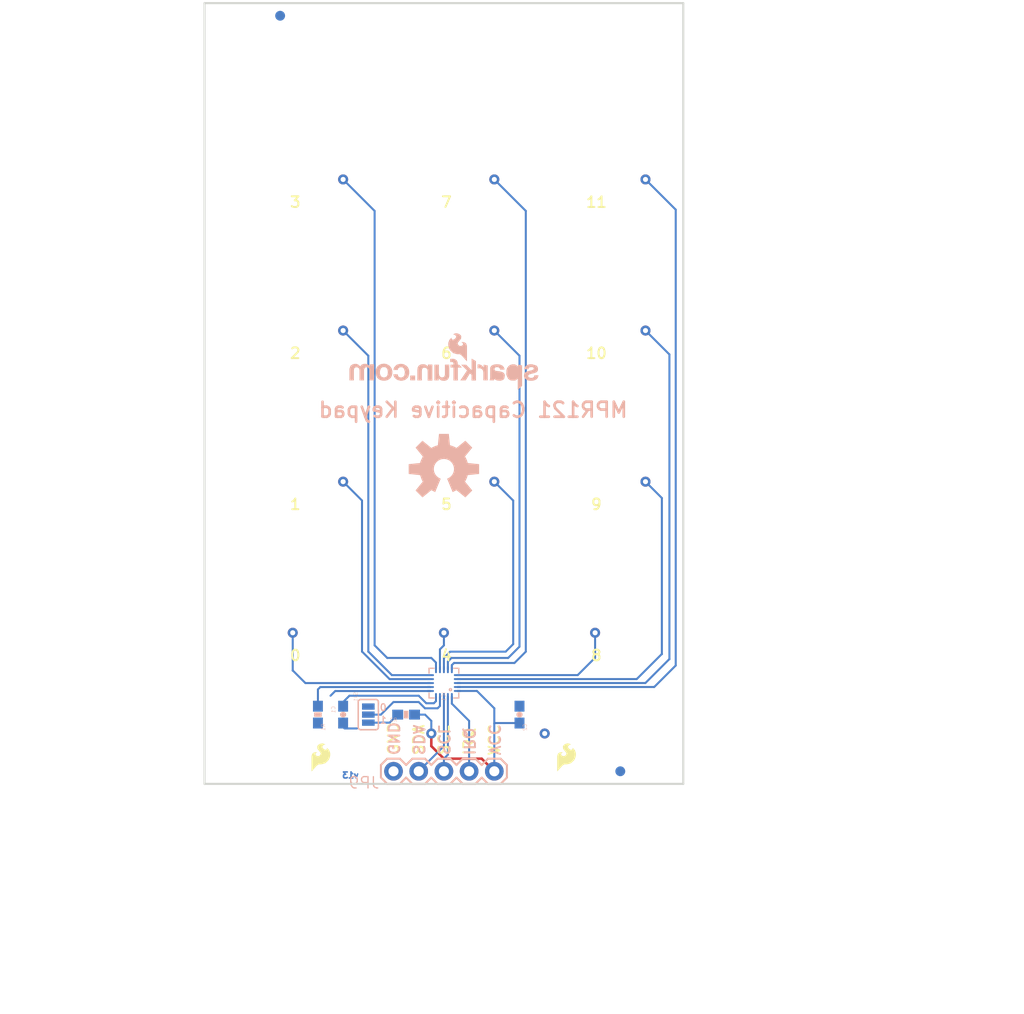
<source format=kicad_pcb>
(kicad_pcb (version 20211014) (generator pcbnew)
  (layers (0 "F.Cu" signal) (31 "B.Cu" signal) (34 "B.Paste" user) (35 "F.Paste" user) (36 "B.SilkS" user "B.Silkscreen") (37 "F.SilkS" user "F.Silkscreen") (38 "B.Mask" user) (39 "F.Mask" user) (44 "Edge.Cuts" user))
  (net 0 "")
  (net 1 "VREG")
  (net 2 "~{IRQ}")
  (net 3 "SCL")
  (net 4 "SDA")
  (net 5 "REXT")
  (net 6 "GND")
  (net 7 "VCC")
  (net 8 "KEY11")
  (net 9 "KEY10")
  (net 10 "KEY9")
  (net 11 "KEY8")
  (net 12 "KEY7")
  (net 13 "KEY6")
  (net 14 "KEY5")
  (net 15 "KEY4")
  (net 16 "KEY3")
  (net 17 "KEY2")
  (net 18 "KEY1")
  (net 19 "KEY0")
  (net 20 "N$1")
  (net 21 "N$2")
  (footprint "boardEagle:REVISION" (layer "F.Cu") (at 135.8011 167.2336)
    (fp_text reference "U$1" hide)
    (fp_text value "REVISION" hide)
  )
  (footprint "boardEagle:SFE-LOGO-FLAME" (layer "F.Cu") (at 159.9311 143.1036)
    (fp_text reference "JP6" hide)
    (fp_text value "LOGO-SFESK" hide)
    (fp_poly (pts (xy 1.126002 -2.808203) (xy 1.215449 -2.785829) (xy 1.228477 -2.780783) (xy 1.240149 -2.774875) (xy 1.25686 -2.766576) (xy 1.275552 -2.759834) (xy 1.371694 -2.7026) (xy 1.3793 -2.7026) (xy 1.3793 -2.6772) (xy 1.306833 -2.6772) (xy 1.208418 -2.657914) (xy 1.074855 -2.495286) (xy 1.079365 -2.436825) (xy 1.12809 -2.341869) (xy 1.204666 -2.265196) (xy 1.294069 -2.200638) (xy 1.369348 -2.168824) (xy 1.450737 -2.171632) (xy 1.458864 -2.174186) (xy 1.466257 -2.177389) (xy 1.530514 -2.236956) (xy 1.5368 -2.259812) (xy 1.5368 -2.377938) (xy 1.763707 -2.148127) (xy 1.868186 -1.856841) (xy 1.871603 -1.856894) (xy 1.87806 -1.650435) (xy 1.848857 -1.45742) (xy 1.785308 -1.272842) (xy 1.6663 -1.061578) (xy 1.6663 -1.080581) (xy 1.378131 -0.80901) (xy 0.982239 -0.6985) (xy 0.753005 -0.6985) (xy 0.716201 -0.692046) (xy 0.681776 -0.679592) (xy 0.496322 -0.541784) (xy -0.0126 0.03091) (xy -0.0126 -1.52077) (xy 0.060004 -1.761967) (xy 0.168295 -1.865489) (xy 0.307122 -1.917522) (xy 0.4039 -1.925089) (xy 0.499384 -1.917623) (xy 0.55991 -1.908099) (xy 0.557788 -1.884433) (xy 0.522216 -1.885242) (xy 0.501784 -1.876141) (xy 0.420519 -1.817154) (xy 0.400722 -1.79067) (xy 0.390395 -1.7285) (xy 0.400905 -1.665229) (xy 0.421405 -1.625174) (xy 0.452343 -1.592685) (xy 0.546535 -1.54355) (xy 0.652229 -1.531742) (xy 0.742768 -1.550084) (xy 0.82422 -1.589656) (xy 0.92203 -1.754659) (xy 0.907706 -1.848844) (xy 0.850914 -1.930401) (xy 0.584707 -2.263237) (xy 0.561667 -2.510855) (xy 0.627495 -2.621556) (xy 0.629042 -2.623103) (xy 0.778901 -2.74712) (xy 1.032676 -2.817064)) (layer "F.SilkS") (width 0) (fill solid))
  )
  (footprint "boardEagle:CREATIVE_COMMONS" (layer "F.Cu") (at 124.072188 164.6936)
    (fp_text reference "FRAME1" hide)
    (fp_text value "FRAME-LETTER" hide)
  )
  (footprint "boardEagle:SFE-LOGO-FLAME" (layer "F.Cu") (at 135.1661 143.1036)
    (fp_text reference "JP2" hide)
    (fp_text value "LOGO-SFESK" hide)
    (fp_poly (pts (xy 1.126002 -2.808203) (xy 1.215449 -2.785829) (xy 1.228477 -2.780783) (xy 1.240149 -2.774875) (xy 1.25686 -2.766576) (xy 1.275552 -2.759834) (xy 1.371694 -2.7026) (xy 1.3793 -2.7026) (xy 1.3793 -2.6772) (xy 1.306833 -2.6772) (xy 1.208418 -2.657914) (xy 1.074855 -2.495286) (xy 1.079365 -2.436825) (xy 1.12809 -2.341869) (xy 1.204666 -2.265196) (xy 1.294069 -2.200638) (xy 1.369348 -2.168824) (xy 1.450737 -2.171632) (xy 1.458864 -2.174186) (xy 1.466257 -2.177389) (xy 1.530514 -2.236956) (xy 1.5368 -2.259812) (xy 1.5368 -2.377938) (xy 1.763707 -2.148127) (xy 1.868186 -1.856841) (xy 1.871603 -1.856894) (xy 1.87806 -1.650435) (xy 1.848857 -1.45742) (xy 1.785308 -1.272842) (xy 1.6663 -1.061578) (xy 1.6663 -1.080581) (xy 1.378131 -0.80901) (xy 0.982239 -0.6985) (xy 0.753005 -0.6985) (xy 0.716201 -0.692046) (xy 0.681776 -0.679592) (xy 0.496322 -0.541784) (xy -0.0126 0.03091) (xy -0.0126 -1.52077) (xy 0.060004 -1.761967) (xy 0.168295 -1.865489) (xy 0.307122 -1.917522) (xy 0.4039 -1.925089) (xy 0.499384 -1.917623) (xy 0.55991 -1.908099) (xy 0.557788 -1.884433) (xy 0.522216 -1.885242) (xy 0.501784 -1.876141) (xy 0.420519 -1.817154) (xy 0.400722 -1.79067) (xy 0.390395 -1.7285) (xy 0.400905 -1.665229) (xy 0.421405 -1.625174) (xy 0.452343 -1.592685) (xy 0.546535 -1.54355) (xy 0.652229 -1.531742) (xy 0.742768 -1.550084) (xy 0.82422 -1.589656) (xy 0.92203 -1.754659) (xy 0.907706 -1.848844) (xy 0.850914 -1.930401) (xy 0.584707 -2.263237) (xy 0.561667 -2.510855) (xy 0.627495 -2.621556) (xy 0.629042 -2.623103) (xy 0.778901 -2.74712) (xy 1.032676 -2.817064)) (layer "F.SilkS") (width 0) (fill solid))
  )
  (footprint "boardEagle:STAND-OFF" (layer "B.Cu") (at 168.8211 140.5636 180)
    (fp_text reference "JP3" hide)
    (fp_text value "STAND-OFF" hide)
    (pad "" np_thru_hole circle (at 0 0 180) (size 3.302 3.302) (drill 3.302) (layers *.Cu *.Mask))
  )
  (footprint "boardEagle:1X05" (layer "B.Cu") (at 143.4211 143.1036)
    (fp_text reference "JP9" (at -1.3462 1.8288 180) (layer "B.SilkS") (effects (font (size 1.143 1.143) (thickness 0.127)) (justify left bottom mirror)))
    (fp_text value "")
    (fp_line (start 4.445 1.27) (end 5.715 1.27) (layer "B.SilkS") (width 0.2032))
    (fp_line (start 10.795 1.27) (end 11.43 0.635) (layer "B.SilkS") (width 0.2032))
    (fp_line (start 0.635 -1.27) (end -0.635 -1.27) (layer "B.SilkS") (width 0.2032))
    (fp_line (start -0.635 1.27) (end 0.635 1.27) (layer "B.SilkS") (width 0.2032))
    (fp_line (start 3.175 -1.27) (end 1.905 -1.27) (layer "B.SilkS") (width 0.2032))
    (fp_line (start -1.27 0.635) (end -1.27 -0.635) (layer "B.SilkS") (width 0.2032))
    (fp_line (start 1.27 -0.635) (end 0.635 -1.27) (layer "B.SilkS") (width 0.2032))
    (fp_line (start 11.43 0.635) (end 11.43 -0.635) (layer "B.SilkS") (width 0.2032))
    (fp_line (start -0.635 1.27) (end -1.27 0.635) (layer "B.SilkS") (width 0.2032))
    (fp_line (start 5.715 1.27) (end 6.35 0.635) (layer "B.SilkS") (width 0.2032))
    (fp_line (start 8.255 -1.27) (end 6.985 -1.27) (layer "B.SilkS") (width 0.2032))
    (fp_line (start 9.525 -1.27) (end 8.89 -0.635) (layer "B.SilkS") (width 0.2032))
    (fp_line (start 5.715 -1.27) (end 4.445 -1.27) (layer "B.SilkS") (width 0.2032))
    (fp_line (start 1.905 -1.27) (end 1.27 -0.635) (layer "B.SilkS") (width 0.2032))
    (fp_line (start 8.89 0.635) (end 9.525 1.27) (layer "B.SilkS") (width 0.2032))
    (fp_line (start 8.89 -0.635) (end 8.255 -1.27) (layer "B.SilkS") (width 0.2032))
    (fp_line (start 6.985 1.27) (end 6.35 0.635) (layer "B.SilkS") (width 0.2032))
    (fp_line (start 1.905 1.27) (end 3.175 1.27) (layer "B.SilkS") (width 0.2032))
    (fp_line (start 6.35 -0.635) (end 6.985 -1.27) (layer "B.SilkS") (width 0.2032))
    (fp_line (start -1.27 -0.635) (end -0.635 -1.27) (layer "B.SilkS") (width 0.2032))
    (fp_line (start 0.635 1.27) (end 1.27 0.635) (layer "B.SilkS") (width 0.2032))
    (fp_line (start 9.525 1.27) (end 10.795 1.27) (layer "B.SilkS") (width 0.2032))
    (fp_line (start 3.81 0.635) (end 4.445 1.27) (layer "B.SilkS") (width 0.2032))
    (fp_line (start 1.27 0.635) (end 1.905 1.27) (layer "B.SilkS") (width 0.2032))
    (fp_line (start 11.43 -0.635) (end 10.795 -1.27) (layer "B.SilkS") (width 0.2032))
    (fp_line (start 4.445 -1.27) (end 3.81 -0.635) (layer "B.SilkS") (width 0.2032))
    (fp_line (start 6.985 1.27) (end 8.255 1.27) (layer "B.SilkS") (width 0.2032))
    (fp_line (start 3.81 -0.635) (end 3.175 -1.27) (layer "B.SilkS") (width 0.2032))
    (fp_line (start 8.255 1.27) (end 8.89 0.635) (layer "B.SilkS") (width 0.2032))
    (fp_line (start 3.175 1.27) (end 3.81 0.635) (layer "B.SilkS") (width 0.2032))
    (fp_line (start 6.35 -0.635) (end 5.715 -1.27) (layer "B.SilkS") (width 0.2032))
    (fp_line (start 10.795 -1.27) (end 9.525 -1.27) (layer "B.SilkS") (width 0.2032))
    (pad "1" thru_hole circle (at 0 0 270) (size 1.8796 1.8796) (drill 1.016) (layers *.Cu *.Mask) (net 6 "GND"))
    (pad "2" thru_hole circle (at 2.54 0 270) (size 1.8796 1.8796) (drill 1.016) (layers *.Cu *.Mask) (net 4 "SDA"))
    (pad "3" thru_hole circle (at 5.08 0 270) (size 1.8796 1.8796) (drill 1.016) (layers *.Cu *.Mask) (net 3 "SCL"))
    (pad "4" thru_hole circle (at 7.62 0 270) (size 1.8796 1.8796) (drill 1.016) (layers *.Cu *.Mask) (net 2 "~{IRQ}"))
    (pad "5" thru_hole circle (at 10.16 0 270) (size 1.8796 1.8796) (drill 1.016) (layers *.Cu *.Mask) (net 7 "VCC"))
  )
  (footprint "boardEagle:STAND-OFF" (layer "B.Cu") (at 168.8211 68.1736 180)
    (fp_text reference "JP7" hide)
    (fp_text value "STAND-OFF" hide)
    (pad "" np_thru_hole circle (at 0 0 180) (size 3.302 3.302) (drill 3.302) (layers *.Cu *.Mask))
  )
  (footprint "boardEagle:QFN-20-0.4MM-V2" (layer "B.Cu") (at 148.5011 134.2136 90)
    (fp_text reference "IC1" (at -0.889 0.2032 270) (layer "B.SilkS") (effects (font (size 0.373888 0.373888) (thickness 0.032512)) (justify left bottom mirror)))
    (fp_text value "MPR121")
    (fp_line (start 1.5 -1.5) (end 1 -1.5) (layer "B.SilkS") (width 0.127))
    (fp_line (start 1.5 1.5) (end 1 1.5) (layer "B.SilkS") (width 0.127))
    (fp_line (start -1.5 1) (end -1.5 1.5) (layer "B.SilkS") (width 0.127))
    (fp_line (start 1.5 -1) (end 1.5 -1.5) (layer "B.SilkS") (width 0.127))
    (fp_line (start 1.5 1) (end 1.5 1.5) (layer "B.SilkS") (width 0.127))
    (fp_line (start -1.5 1.5) (end -1 1.5) (layer "B.SilkS") (width 0.127))
    (fp_line (start -1.5 -1.5) (end -1 -1.5) (layer "B.SilkS") (width 0.127))
    (fp_line (start -1.5 -1) (end -1.5 -1.5) (layer "B.SilkS") (width 0.127))
    (fp_circle (center -0.66 0.66) (end -0.61 0.66) (layer "B.SilkS") (width 0.127) (fill none))
    (pad "1" smd roundrect (at -1.366978 0.8) (size 0.195 0.75) (layers "B.Cu" "B.Paste" "B.Mask") (roundrect_rratio 0.5) (net 2 "~{IRQ}"))
    (pad "2" smd roundrect (at -1.366978 0.4) (size 0.195 0.75) (layers "B.Cu" "B.Paste" "B.Mask") (roundrect_rratio 0.5) (net 3 "SCL"))
    (pad "3" smd roundrect (at -1.366978 0) (size 0.195 0.75) (layers "B.Cu" "B.Paste" "B.Mask") (roundrect_rratio 0.5) (net 4 "SDA"))
    (pad "4" smd roundrect (at -1.366978 -0.4) (size 0.195 0.75) (layers "B.Cu" "B.Paste" "B.Mask") (roundrect_rratio 0.5) (net 20 "N$1"))
    (pad "5" smd roundrect (at -1.366978 -0.8) (size 0.195 0.75) (layers "B.Cu" "B.Paste" "B.Mask") (roundrect_rratio 0.5) (net 1 "VREG"))
    (pad "6" smd roundrect (at -0.794918 -1.372059 270) (size 0.195 0.75) (layers "B.Cu" "B.Paste" "B.Mask") (roundrect_rratio 0.5) (net 6 "GND"))
    (pad "7" smd roundrect (at -0.394918 -1.372059 270) (size 0.195 0.75) (layers "B.Cu" "B.Paste" "B.Mask") (roundrect_rratio 0.5) (net 5 "REXT"))
    (pad "8" smd roundrect (at 0.005081 -1.372059 270) (size 0.195 0.75) (layers "B.Cu" "B.Paste" "B.Mask") (roundrect_rratio 0.5) (net 19 "KEY0"))
    (pad "9" smd roundrect (at 0.405081 -1.372059 270) (size 0.195 0.75) (layers "B.Cu" "B.Paste" "B.Mask") (roundrect_rratio 0.5) (net 18 "KEY1"))
    (pad "10" smd roundrect (at 0.805081 -1.372059 270) (size 0.195 0.75) (layers "B.Cu" "B.Paste" "B.Mask") (roundrect_rratio 0.5) (net 17 "KEY2"))
    (pad "11" smd roundrect (at 1.3746 -0.8 180) (size 0.195 0.75) (layers "B.Cu" "B.Paste" "B.Mask") (roundrect_rratio 0.5) (net 16 "KEY3"))
    (pad "12" smd roundrect (at 1.3746 -0.4 180) (size 0.195 0.75) (layers "B.Cu" "B.Paste" "B.Mask") (roundrect_rratio 0.5) (net 15 "KEY4"))
    (pad "13" smd roundrect (at 1.3746 0 180) (size 0.195 0.75) (layers "B.Cu" "B.Paste" "B.Mask") (roundrect_rratio 0.5) (net 14 "KEY5"))
    (pad "14" smd roundrect (at 1.3746 0.4 180) (size 0.195 0.75) (layers "B.Cu" "B.Paste" "B.Mask") (roundrect_rratio 0.5) (net 13 "KEY6"))
    (pad "15" smd roundrect (at 1.3746 0.8 180) (size 0.195 0.75) (layers "B.Cu" "B.Paste" "B.Mask") (roundrect_rratio 0.5) (net 12 "KEY7"))
    (pad "16" smd roundrect (at 0.810159 1.372062 90) (size 0.195 0.75) (layers "B.Cu" "B.Paste" "B.Mask") (roundrect_rratio 0.5) (net 11 "KEY8"))
    (pad "17" smd roundrect (at 0.410159 1.372062 90) (size 0.195 0.75) (layers "B.Cu" "B.Paste" "B.Mask") (roundrect_rratio 0.5) (net 10 "KEY9"))
    (pad "18" smd roundrect (at 0.010159 1.372062 90) (size 0.195 0.75) (layers "B.Cu" "B.Paste" "B.Mask") (roundrect_rratio 0.5) (net 9 "KEY10"))
    (pad "19" smd roundrect (at -0.38984 1.372062 90) (size 0.195 0.75) (layers "B.Cu" "B.Paste" "B.Mask") (roundrect_rratio 0.5) (net 8 "KEY11"))
    (pad "20" smd roundrect (at -0.78984 1.372062 90) (size 0.195 0.75) (layers "B.Cu" "B.Paste" "B.Mask") (roundrect_rratio 0.5) (net 7 "VCC"))
  )
  (footprint "boardEagle:OSHW-LOGO-L" (layer "B.Cu") (at 148.5011 112.6236 180)
    (fp_text reference "LOGO1" hide)
    (fp_text value "OSHW-LOGOL" hide)
    (fp_poly (pts (xy 0.610796 2.402544) (xy 0.821484 2.341478) (xy 1.07475 2.236589) (xy 1.266928 2.130809) (xy 2.159919 2.858947) (xy 2.858947 2.159919) (xy 2.128937 1.264633) (xy 2.340898 0.823484) (xy 2.402544 0.610796) (xy 3.5489 0.494262) (xy 3.5489 -0.494262) (xy 2.399597 -0.611095) (xy 2.237593 -1.072925) (xy 2.130809 -1.266928) (xy 2.858947 -2.159919) (xy 2.159919 -2.858947) (xy 1.26577 -2.129865) (xy 0.882794 -2.327084) (xy 0.323184 -0.976133) (xy 0.55859 -0.851582) (xy 0.707766 -0.732309) (xy 0.832045 -0.587286) (xy 0.927066 -0.421602) (xy 0.989479 -0.241097) (xy 1.017093 -0.05211) (xy 1.008937 0.138715) (xy 0.965296 0.324657) (xy 0.887708 0.499175) (xy 0.778894 0.656147) (xy 0.64269 0.790039) (xy 0.483883 0.896144) (xy 0.308058 0.970735) (xy 0.12139 1.011186) (xy -0.069537 1.016073) (xy -0.258025 0.985226) (xy -0.437433 0.919731) (xy -0.601469 0.821886) (xy -0.744343 0.69514) (xy -0.861043 0.543944) (xy -0.947463 0.373614) (xy -1.000558 0.190158) (xy -1.018453 0.000157) (xy -0.998874 -0.198682) (xy -0.940924 -0.389729) (xy -0.846813 -0.565799) (xy -0.720162 -0.720119) (xy -0.565833 -0.846768) (xy -0.323294 -0.976398) (xy -0.882794 -2.327084) (xy -1.26577 -2.129865) (xy -2.159919 -2.858947) (xy -2.858947 -2.159919) (xy -2.130809 -1.266928) (xy -2.236589 -1.07475) (xy -2.341478 -0.821484) (xy -2.402544 -0.610796) (xy -3.5489 -0.494262) (xy -3.5489 0.494262) (xy -2.402544 0.610796) (xy -2.341478 0.821484) (xy -2.236589 1.07475) (xy -2.130809 1.266928) (xy -2.858947 2.159919) (xy -2.159919 2.858947) (xy -1.266928 2.130809) (xy -1.07475 2.236589) (xy -0.821484 2.341478) (xy -0.610796 2.402544) (xy -0.494262 3.5489) (xy 0.494262 3.5489)) (layer "B.SilkS") (width 0) (fill solid))
  )
  (footprint "boardEagle:STAND-OFF" (layer "B.Cu") (at 128.1811 68.1736 180)
    (fp_text reference "JP8" hide)
    (fp_text value "STAND-OFF" hide)
    (pad "" np_thru_hole circle (at 0 0 180) (size 3.302 3.302) (drill 3.302) (layers *.Cu *.Mask))
  )
  (footprint "boardEagle:FIDUCIAL-1X2" (layer "B.Cu") (at 166.2811 143.1036 180)
    (fp_text reference "JP10" hide)
    (fp_text value "FIDUCIAL1X2" hide)
    (pad "1" smd roundrect (at 0 0 180) (size 1 1) (layers "B.Cu" "B.Mask") (roundrect_rratio 0.5))
  )
  (footprint "boardEagle:SJ_3_PASTE1&2" (layer "B.Cu") (at 140.8811 137.3886 -90)
    (fp_text reference "SJ1" (at -1.27 1.27 -270) (layer "B.SilkS") (effects (font (size 0.376489 0.376489) (thickness 0.029911)) (justify right mirror)))
    (fp_text value "")
    (fp_line (start 1.27 -1.016) (end -1.27 -1.016) (layer "B.SilkS") (width 0.1524))
    (fp_line (start 1.524 -0.762) (end 1.524 0.762) (layer "B.SilkS") (width 0.1524))
    (fp_line (start -1.27 1.016) (end 1.27 1.016) (layer "B.SilkS") (width 0.1524))
    (fp_line (start -1.524 -0.762) (end -1.524 0.762) (layer "B.SilkS") (width 0.1524))
    (fp_arc (start 1.524 0.762) (mid 1.449605 0.941605) (end 1.27 1.016) (layer "B.SilkS") (width 0.1524))
    (fp_arc (start -1.524 -0.762) (mid -1.449605 -0.941605) (end -1.27 -1.016) (layer "B.SilkS") (width 0.1524))
    (fp_arc (start -1.27 1.016) (mid -1.449605 0.941605) (end -1.524 0.762) (layer "B.SilkS") (width 0.1524))
    (fp_arc (start 1.27 -1.016) (mid 1.449605 -0.941605) (end 1.524 -0.762) (layer "B.SilkS") (width 0.1524))
    (pad "1" smd rect (at -0.8128 0 270) (size 0.635 1.27) (layers "B.Cu" "B.Mask") (net 6 "GND"))
    (pad "2" smd rect (at 0 0 270) (size 0.635 1.27) (layers "B.Cu" "B.Mask") (net 20 "N$1"))
    (pad "3" smd rect (at 0.8128 0 270) (size 0.635 1.27) (layers "B.Cu" "B.Mask") (net 21 "N$2"))
  )
  (footprint "boardEagle:0603-RES" (layer "B.Cu") (at 135.8011 137.3886 90)
    (fp_text reference "R1" (at -0.889 0.762 270) (layer "B.SilkS") (effects (font (size 0.373888 0.373888) (thickness 0.032512)) (justify left bottom mirror)))
    (fp_text value "75k")
    (fp_poly (pts (xy -0.2286 -0.381) (xy 0.2286 -0.381) (xy 0.2286 0.381) (xy -0.2286 0.381)) (layer "B.SilkS") (width 0) (fill solid))
    (pad "1" smd rect (at -0.85 0 90) (size 1.1 1) (layers "B.Cu" "B.Paste" "B.Mask") (net 6 "GND"))
    (pad "2" smd rect (at 0.85 0 90) (size 1.1 1) (layers "B.Cu" "B.Paste" "B.Mask") (net 5 "REXT"))
  )
  (footprint "boardEagle:STAND-OFF" (layer "B.Cu") (at 128.1811 140.5636 180)
    (fp_text reference "JP4" hide)
    (fp_text value "STAND-OFF" hide)
    (pad "" np_thru_hole circle (at 0 0 180) (size 3.302 3.302) (drill 3.302) (layers *.Cu *.Mask))
  )
  (footprint "boardEagle:0603-CAP" (layer "B.Cu") (at 138.3411 137.3886 -90)
    (fp_text reference "C1" (at -0.889 0.762 90) (layer "B.SilkS") (effects (font (size 0.373888 0.373888) (thickness 0.032512)) (justify left bottom mirror)))
    (fp_text value "0.1uF")
    (fp_line (start 0 0.0305) (end 0 -0.0305) (layer "B.SilkS") (width 0.5588))
    (pad "1" smd rect (at -0.85 0 270) (size 1.1 1) (layers "B.Cu" "B.Paste" "B.Mask") (net 1 "VREG"))
    (pad "2" smd rect (at 0.85 0 270) (size 1.1 1) (layers "B.Cu" "B.Paste" "B.Mask") (net 6 "GND"))
  )
  (footprint "boardEagle:SFE-NEW-WEBLOGO" (layer "B.Cu") (at 158.0261 104.6226 180)
    (fp_text reference "JP1" hide)
    (fp_text value "LOGO-SFENEW" hide)
    (fp_line (start 11.7729 0.955) (end 11.7729 1.9202) (layer "B.SilkS") (width 0.0254))
    (fp_line (start 15.5702 2.2962) (end 15.5702 2.6137) (layer "B.SilkS") (width 0.0254))
    (fp_line (start 15.5702 2.6137) (end 15.5854 2.6137) (layer "B.SilkS") (width 0.0254))
    (fp_line (start 15.5499 2.2911) (end 15.527 2.2911) (layer "B.SilkS") (width 0.0254))
    (fp_line (start 15.5499 2.6137) (end 15.5499 2.2911) (layer "B.SilkS") (width 0.0254))
    (fp_line (start 11.1379 1.8136) (end 11.1379 0.9449) (layer "B.SilkS") (width 0.0254))
    (fp_line (start 11.1201 2.5171) (end 11.1201 2.2962) (layer "B.SilkS") (width 0.0254))
    (fp_line (start 11.1201 2.2962) (end 11.1277 2.2962) (layer "B.SilkS") (width 0.0254))
    (fp_line (start 12.1818 0.955) (end 11.7729 0.955) (layer "B.SilkS") (width 0.0254))
    (fp_line (start 10.7163 0.9449) (end 10.7163 2.5171) (layer "B.SilkS") (width 0.0254))
    (fp_line (start 12.1818 2.0091) (end 12.1818 0.955) (layer "B.SilkS") (width 0.0254))
    (fp_line (start 11.1379 0.9449) (end 10.7163 0.9449) (layer "B.SilkS") (width 0.0254))
    (fp_line (start 10.7163 2.5171) (end 11.1201 2.5171) (layer "B.SilkS") (width 0.0254))
    (fp_arc (start 15.908 1.4097) (mid 15.966057 1.559906) (end 15.9868 1.7196) (layer "B.SilkS") (width 0.0254))
    (fp_arc (start 16.317 1.3665) (mid 16.380488 1.583529) (end 16.4033 1.8085) (layer "B.SilkS") (width 0.0254))
    (fp_arc (start 12.1488 2.232699) (mid 12.104013 2.336521) (end 12.0345 2.4257) (layer "B.SilkS") (width 0.0254))
    (fp_arc (start 16.129 2.4181) (mid 15.978822 2.520652) (end 15.809 2.5857) (layer "B.SilkS") (width 0.0254))
    (fp_arc (start 11.1277 2.2962) (mid 11.137379 2.298176) (end 11.1455 2.3038) (layer "B.SilkS") (width 0.0254))
    (fp_arc (start 11.4198 2.2327) (mid 11.334441 2.214452) (end 11.259799 2.1692) (layer "B.SilkS") (width 0.0254))
    (fp_arc (start 14.8615 1.27) (mid 14.919858 1.189481) (end 14.9911 1.1201) (layer "B.SilkS") (width 0.0254))
    (fp_arc (start 11.5976 2.2276) (mid 11.565101 2.235925) (end 11.5316 2.2377) (layer "B.SilkS") (width 0.0254))
    (fp_arc (start 11.1455 2.3038) (mid 11.152103 2.311188) (end 11.1582 2.319) (layer "B.SilkS") (width 0.0254))
    (fp_arc (start 15.2781 2.1692) (mid 15.20247 2.035022) (end 15.168899 1.8847) (layer "B.SilkS") (width 0.0254))
    (fp_arc (start 16.4033 1.808499) (mid 16.333054 2.143404) (end 16.129 2.4181) (layer "B.SilkS") (width 0.0254))
    (fp_arc (start 14.7523 1.5672) (mid 14.792796 1.413418) (end 14.8615 1.27) (layer "B.SilkS") (width 0.0254))
    (fp_arc (start 11.7678 2.5502) (mid 11.667584 2.556058) (end 11.5672 2.5552) (layer "B.SilkS") (width 0.0254))
    (fp_arc (start 11.1862 2.3571) (mid 11.172158 2.338081) (end 11.1582 2.319) (layer "B.SilkS") (width 0.0254))
    (fp_arc (start 11.2598 2.1692) (mid 11.206137 2.110016) (end 11.1684 2.0396) (layer "B.SilkS") (width 0.0254))
    (fp_arc (start 15.9029 0.9754) (mid 16.153433 1.12491) (end 16.317 1.3665) (layer "B.SilkS") (width 0.0254))
    (fp_arc (start 12.1818 2.0091) (mid 12.172765 2.122002) (end 12.1488 2.2327) (layer "B.SilkS") (width 0.0254))
    (fp_arc (start 15.428 1.2522) (mid 15.597525 1.230563) (end 15.7632 1.2725) (layer "B.SilkS") (width 0.0254))
    (fp_arc (start 11.7729 1.9202) (mid 11.758038 2.02962) (end 11.7145 2.1311) (layer "B.SilkS") (width 0.0254))
    (fp_arc (start 15.1689 1.8847) (mid 15.165026 1.761448) (end 15.1714 1.6383) (layer "B.SilkS") (width 0.0254))
    (fp_arc (start 11.2725 2.446) (mid 11.226399 2.404414) (end 11.1862 2.3571) (layer "B.SilkS") (width 0.0254))
    (fp_arc (start 12.0345 2.425699) (mid 11.911985 2.51116) (end 11.7678 2.5502) (layer "B.SilkS") (width 0.0254))
    (fp_arc (start 15.809 2.5857) (mid 15.698073 2.606673) (end 15.5854 2.6137) (layer "B.SilkS") (width 0.0254))
    (fp_arc (start 15.8318 2.2047) (mid 15.783745 2.244042) (end 15.7277 2.2708) (layer "B.SilkS") (width 0.0254))
    (fp_arc (start 15.128201 2.4892) (mid 14.882786 2.260687) (end 14.7549 1.9507) (layer "B.SilkS") (width 0.0254))
    (fp_arc (start 11.1379 1.8821) (mid 11.137681 1.84785) (end 11.1379 1.8136) (layer "B.SilkS") (width 0.0254))
    (fp_arc (start 15.24 1.4097) (mid 15.31871 1.3127) (end 15.428 1.2522) (layer "B.SilkS") (width 0.0254))
    (fp_arc (start 15.9868 1.7196) (mid 15.980368 1.846143) (end 15.9588 1.971) (layer "B.SilkS") (width 0.0254))
    (fp_arc (start 15.7277 2.2708) (mid 15.650001 2.290018) (end 15.5702 2.2962) (layer "B.SilkS") (width 0.0254))
    (fp_arc (start 15.527 2.2911) (mid 15.388433 2.258974) (end 15.278099 2.1692) (layer "B.SilkS") (width 0.0254))
    (fp_arc (start 15.5499 2.6137) (mid 15.331296 2.577713) (end 15.1282 2.4892) (layer "B.SilkS") (width 0.0254))
    (fp_arc (start 15.5423 0.9195) (mid 15.724919 0.932492) (end 15.9029 0.9754) (layer "B.SilkS") (width 0.0254))
    (fp_arc (start 14.7549 1.9507) (mid 14.737287 1.759061) (end 14.7523 1.5672) (layer "B.SilkS") (width 0.0254))
    (fp_arc (start 11.4198 2.2327) (mid 11.475702 2.235165) (end 11.5316 2.2377) (layer "B.SilkS") (width 0.0254))
    (fp_arc (start 15.7632 1.2725) (mid 15.846801 1.329279) (end 15.908 1.4097) (layer "B.SilkS") (width 0.0254))
    (fp_arc (start 11.5672 2.5552) (mid 11.411238 2.523841) (end 11.2725 2.446) (layer "B.SilkS") (width 0.0254))
    (fp_arc (start 15.9588 1.971) (mid 15.910982 2.096372) (end 15.8318 2.2047) (layer "B.SilkS") (width 0.0254))
    (fp_arc (start 11.7145 2.1311) (mid 11.664346 2.1894) (end 11.5976 2.2276) (layer "B.SilkS") (width 0.0254))
    (fp_arc (start 11.1684 2.0396) (mid 11.146105 1.962214) (end 11.1379 1.8821) (layer "B.SilkS") (width 0.0254))
    (fp_arc (start 14.9911 1.1201) (mid 15.249615 0.972855) (end 15.5423 0.9195) (layer "B.SilkS") (width 0.0254))
    (fp_arc (start 15.1714 1.6383) (mid 15.194331 1.520588) (end 15.24 1.4097) (layer "B.SilkS") (width 0.0254))
    (fp_poly (pts (xy 1.201557 2.290098) (xy 1.414074 2.156268) (xy 1.42383 2.065) (xy 1.01008 2.065) (xy 1.00135 2.126336) (xy 0.936084 2.220524) (xy 0.871818 2.257603) (xy 0.798545 2.2758) (xy 0.628591 2.2758) (xy 0.583991 2.267366) (xy 0.541641 2.251683) (xy 0.51157 2.232098) (xy 0.488615 2.205726) (xy 0.469153 2.152745) (xy 0.474605 2.097619) (xy 0.521549 2.031824) (xy 0.664468 1.962838) (xy 0.866638 1.922444) (xy 1.206678 1.822687) (xy 1.354318 1.729494) (xy 1.389578 1.692366) (xy 1.416579 1.648151) (xy 1.460229 1.440208) (xy 1.447804 1.4376) (xy 1.460484 1.436955) (xy 1.457817 1.384541) (xy 1.452657 1.33034) (xy 1.371775 1.140043) (xy 1.14885 0.969822) (xy 1.013381 0.927267) (xy 0.74708 0.904177) (xy 0.617383 0.909691) (xy 0.487493 0.922202) (xy 0.306845 0.984179) (xy 0.185213 1.061804) (xy 0.109225 1.132023) (xy 0.056988 1.2215) (xy 0.013059 1.350644) (xy 0.002577 1.410659) (xy -0.00152 1.469003) (xy 0.738195 1.10308) (xy 1.120535 1.189415) (xy 1.224069 1.497645) (xy 0.809011 1.723764) (xy 0.364394 1.98847) (xy 0.308075 2.310537) (xy 0.741882 2.423672)) (layer "B.SilkS") (width 0) (fill solid))
    (fp_poly (pts (xy 2.834651 2.506079) (xy 2.92707 2.450683) (xy 3.011605 2.383731) (xy 3.1267 2.221709) (xy 3.1267 2.263503) (xy 3.219434 1.972794) (xy 3.236098 1.526727) (xy 3.068933 1.135798) (xy 2.975978 1.041462) (xy 2.864973 0.970996) (xy 2.740356 0.92713) (xy 2.372489 0.922) (xy 2.370226 0.922) (xy 2.254471 0.962806) (xy 2.0828 1.127587) (xy 2.0828 -0.010757) (xy 1.6434 0.385552) (xy 1.6434 2.45912) (xy 2.057593 2.537568) (xy 2.055012 2.330538) (xy 2.068304 2.345345) (xy 2.15812 2.442839) (xy 2.234107 2.497896) (xy 2.368681 2.552194) (xy 2.419192 2.562883) (xy 2.620347 2.565422)) (layer "B.SilkS") (width 0) (fill solid))
    (fp_poly (pts (xy 8.337002 5.691103) (xy 8.426449 5.668729) (xy 8.439477 5.663683) (xy 8.451149 5.657775) (xy 8.46786 5.649476) (xy 8.486552 5.642734) (xy 8.582694 5.5855) (xy 8.5903 5.5855) (xy 8.5903 5.5601) (xy 8.517833 5.5601) (xy 8.419418 5.540814) (xy 8.285855 5.378186) (xy 8.290365 5.319725) (xy 8.33909 5.224769) (xy 8.415666 5.148096) (xy 8.505069 5.083538) (xy 8.580348 5.051724) (xy 8.661737 5.054532) (xy 8.669864 5.057086) (xy 8.677257 5.060289) (xy 8.741514 5.119856) (xy 8.7478 5.142712) (xy 8.7478 5.260838) (xy 8.974707 5.031027) (xy 9.079186 4.739741) (xy 9.082603 4.739794) (xy 9.08906 4.533335) (xy 9.059857 4.34032) (xy 8.996308 4.155742) (xy 8.8773 3.944478) (xy 8.8773 3.963481) (xy 8.589131 3.69191) (xy 8.193239 3.5814) (xy 7.964005 3.5814) (xy 7.927201 3.574946) (xy 7.892776 3.562492) (xy 7.707322 3.424684) (xy 7.1984 2.85199) (xy 7.1984 4.40367) (xy 7.271004 4.644867) (xy 7.379295 4.748389) (xy 7.518122 4.800422) (xy 7.6149 4.807989) (xy 7.710384 4.800523) (xy 7.77091 4.790999) (xy 7.768788 4.767333) (xy 7.733216 4.768142) (xy 7.712784 4.759041) (xy 7.631519 4.700054) (xy 7.611722 4.67357) (xy 7.601395 4.6114) (xy 7.611905 4.548129) (xy 7.632405 4.508074) (xy 7.663343 4.475585) (xy 7.757535 4.42645) (xy 7.863229 4.414642) (xy 7.953768 4.432984) (xy 8.03522 4.472556) (xy 8.13303 4.637559) (xy 8.118706 4.731744) (xy 8.061914 4.813301) (xy 7.795707 5.146137) (xy 7.772667 5.393755) (xy 7.838495 5.504456) (xy 7.840042 5.506003) (xy 7.989901 5.63002) (xy 8.243676 5.699964)) (layer "B.SilkS") (width 0) (fill solid))
    (fp_poly (pts (xy 17.714962 2.583496) (xy 17.714669 2.58013) (xy 17.812284 2.526288) (xy 17.900302 2.442716) (xy 17.956995 2.351455) (xy 17.961394 2.355854) (xy 18.007182 2.404147) (xy 18.086856 2.480888) (xy 18.177617 2.546023) (xy 18.30384 2.60027) (xy 18.440544 2.616304) (xy 18.698981 2.580082) (xy 18.93345 2.426436) (xy 19.05 2.112985) (xy 19.05 0.9398) (xy 18.6004 0.9398) (xy 18.6004 1.979658) (xy 18.558302 2.150487) (xy 18.49797 2.220003) (xy 18.412014 2.255689) (xy 18.322362 2.262413) (xy 18.233537 2.253336) (xy 18.121633 2.190061) (xy 18.068614 2.109201) (xy 18.041426 2.014408) (xy 18.036069 1.960144) (xy 18.034 1.904767) (xy 18.034 0.9398) (xy 17.5768 0.9398) (xy 17.5768 2.006808) (xy 17.507834 2.191589) (xy 17.433119 2.246143) (xy 17.339789 2.26304) (xy 17.298061 2.260863) (xy 17.256145 2.258198) (xy 17.19103 2.2421) (xy 17.135402 2.205103) (xy 17.092564 2.160343) (xy 17.055171 2.112821) (xy 17.0155 1.934108) (xy 17.0155 0.9423) (xy 16.5583 0.9423) (xy 16.5583 2.573) (xy 16.9824 2.573) (xy 16.9824 2.355139) (xy 16.985319 2.355789) (xy 17.015959 2.3959) (xy 17.093229 2.475705) (xy 17.171263 2.538367) (xy 17.262579 2.579887) (xy 17.318155 2.59498) (xy 17.374103 2.605849) (xy 17.443329 2.614463) (xy 17.514022 2.618767)) (layer "B.SilkS") (width 0) (fill solid))
    (fp_poly (pts (xy 0.803285 2.567895) (xy 0.944243 2.553799) (xy 1.081508 2.516334) (xy 1.193542 2.461399) (xy 1.291841 2.383865) (xy 1.357039 2.297824) (xy 1.377068 2.257603) (xy 1.393653 2.216867) (xy 1.417283 2.151914) (xy 1.353784 2.105111) (xy 1.152335 2.254241) (xy 0.736496 2.387002) (xy 0.372563 2.277101) (xy 0.417885 2.019712) (xy 1.241556 1.540676) (xy 1.263422 1.497067) (xy 1.147655 1.152457) (xy 0.724605 1.058492) (xy -0.038666 1.4605) (xy 0.4115 1.4605) (xy 0.4115 1.443466) (xy 0.420402 1.369907) (xy 0.454647 1.305856) (xy 0.524204 1.243359) (xy 0.610838 1.206018) (xy 0.637726 1.200933) (xy 0.665996 1.198897) (xy 0.7328 1.198389) (xy 0.79791 1.198884) (xy 0.968129 1.258019) (xy 1.007666 1.302193) (xy 1.028603 1.358428) (xy 1.025789 1.425439) (xy 0.995864 1.485288) (xy 0.943734 1.527918) (xy 0.715431 1.605731) (xy 0.533161 1.644154) (xy 0.351479 1.692254) (xy 0.230117 1.743632) (xy 0.122357 1.822697) (xy 0.0457 1.960096) (xy 0.0457 1.963141) (xy 0.038572 2.135467) (xy 0.0838 2.300409) (xy 0.0838 2.303445) (xy 0.206233 2.444416) (xy 0.620397 2.567885) (xy 0.71245 2.568634)) (layer "B.SilkS") (width 0) (fill solid))
    (fp_poly (pts (xy 8.809435 3.119895) (xy 8.875117 3.1166) (xy 8.89 3.1166) (xy 8.89 2.7889) (xy 8.869112 2.7889) (xy 8.841108 2.7915) (xy 8.660351 2.7915) (xy 8.587936 2.740064) (xy 8.571192 2.699602) (xy 8.5649 2.653436) (xy 8.5649 2.5273) (xy 8.8621 2.5273) (xy 8.8621 2.2352) (xy 8.5623 2.2352) (xy 8.5623 0.9322) (xy 8.1204 0.9322) (xy 8.1204 2.232779) (xy 7.70383 2.235391) (xy 7.995739 2.5273) (xy 8.1255 2.5273) (xy 8.1255 2.560826) (xy 8.143432 2.77702) (xy 8.219199 2.938937) (xy 8.324367 3.032939) (xy 8.449534 3.095959) (xy 8.586403 3.1242) (xy 8.743112 3.1242)) (layer "B.SilkS") (width 0) (fill solid))
    (fp_poly (pts (xy 6.7335 1.97376) (xy 7.284539 2.5248) (xy 7.78835 2.5248) (xy 7.197009 1.946483) (xy 7.869909 0.937183) (xy 7.330929 0.939835) (xy 6.903958 1.643716) (xy 6.7386 1.483032) (xy 6.7386 0.9296) (xy 6.306639 0.9296) (xy 6.2941 0.942139) (xy 6.2941 2.887776) (xy 6.7335 3.138467)) (layer "B.SilkS") (width 0) (fill solid))
    (fp_poly (pts (xy 15.5499 2.609649) (xy 15.5499 2.29782) (xy 15.429469 2.281338) (xy 15.314616 2.217851) (xy 15.23586 2.109416) (xy 15.196312 2.020604) (xy 15.168868 1.873153) (xy 15.163824 1.687316) (xy 15.181322 1.562471) (xy 15.218744 1.447652) (xy 15.272523 1.345) (xy 15.437302 1.244156) (xy 15.6121 1.221967) (xy 15.787119 1.281181) (xy 15.894998 1.379217) (xy 15.949332 1.500229) (xy 15.9868 1.655017) (xy 15.9868 1.797481) (xy 15.961756 1.990339) (xy 15.88736 2.151531) (xy 15.803924 2.232457) (xy 15.708711 2.283762) (xy 15.58997 2.2936) (xy 15.567485 2.2936) (xy 15.57294 2.617878) (xy 15.788992 2.590535) (xy 15.954486 2.53364) (xy 16.155367 2.394616) (xy 16.266844 2.264968) (xy 16.37246 2.027864) (xy 16.400898 1.805948) (xy 16.375193 1.592623) (xy 16.305839 1.343513) (xy 16.222719 1.211114) (xy 16.101494 1.095067) (xy 15.987532 1.014773) (xy 15.799031 0.950211) (xy 15.544583 0.924513) (xy 15.240687 0.965682) (xy 14.951456 1.146439) (xy 14.788469 1.399985) (xy 14.726674 1.793647) (xy 14.809154 2.154405) (xy 15.026083 2.4307) (xy 15.368412 2.600648) (xy 15.51864 2.6187) (xy 15.52691 2.6187)) (layer "B.SilkS") (width 0) (fill solid))
    (fp_poly (pts (xy 6.1316 2.557116) (xy 6.1316 2.1463) (xy 6.115783 2.1463) (xy 6.10653 2.147054) (xy 6.097893 2.149211) (xy 6.068387 2.157247) (xy 6.038922 2.161538) (xy 5.96265 2.16474) (xy 5.887609 2.16159) (xy 5.731931 2.107297) (xy 5.637642 2.018651) (xy 5.577302 1.903423) (xy 5.5499 1.736362) (xy 5.5499 0.9423) (xy 5.107878 0.9423) (xy 5.110519 2.454146) (xy 5.522 2.527255) (xy 5.522 2.234211) (xy 5.526569 2.235704) (xy 5.544428 2.262537) (xy 5.578841 2.314524) (xy 5.613758 2.367854) (xy 5.686736 2.438162) (xy 5.778008 2.498223) (xy 5.979984 2.565515)) (layer "B.SilkS") (width 0) (fill solid))
    (fp_poly (pts (xy 11.770768 2.56283) (xy 12.043428 2.435548) (xy 12.160999 2.237024) (xy 12.1945 2.010032) (xy 12.1945 0.9423) (xy 11.7602 0.9423) (xy 11.7602 1.918474) (xy 11.70302 2.124971) (xy 11.656141 2.179464) (xy 11.593345 2.215403) (xy 11.53092 2.224956) (xy 11.476269 2.222478) (xy 11.422495 2.220106) (xy 11.268 2.158791) (xy 11.18035 2.034508) (xy 11.1506 1.880883) (xy 11.1506 0.9322) (xy 10.7036 0.9322) (xy 10.7036 2.5298) (xy 11.1328 2.5298) (xy 11.1328 2.310454) (xy 11.136857 2.313263) (xy 11.148195 2.326834) (xy 11.161924 2.345602) (xy 11.176241 2.364992) (xy 11.217267 2.413279) (xy 11.265048 2.456381) (xy 11.406772 2.535896) (xy 11.566093 2.567932)) (layer "B.SilkS") (width 0) (fill solid))
    (fp_poly (pts (xy 9.4234 1.520809) (xy 9.472888 1.359974) (xy 9.516069 1.308185) (xy 9.573108 1.271734) (xy 9.714103 1.241374) (xy 9.853529 1.268908) (xy 10.003067 1.442966) (xy 10.033 1.684784) (xy 10.033 2.5273) (xy 10.48 2.5273) (xy 10.48 0.9398) (xy 10.0533 0.9398) (xy 10.0533 1.159713) (xy 9.961626 1.051965) (xy 9.823848 0.946774) (xy 9.797269 0.933513) (xy 9.76873 0.924761) (xy 9.46843 0.899096) (xy 9.311419 0.929258) (xy 9.173895 1.0008) (xy 9.172522 1.0008) (xy 9.155194 1.014756) (xy 9.141833 1.028106) (xy 9.055991 1.150842) (xy 9.0022 1.291099) (xy 8.984 1.439423) (xy 8.984 2.5324) (xy 9.4234 2.5324)) (layer "B.SilkS") (width 0) (fill solid))
    (fp_poly (pts (xy 12.4257 0.9449) (xy 12.921 0.9449) (xy 12.921 1.43) (xy 12.4257 1.43)) (layer "B.SilkS") (width 0) (fill solid))
    (fp_poly (pts (xy 4.444983 2.544915) (xy 4.588724 2.501712) (xy 4.72259 2.430523) (xy 4.844814 2.271666) (xy 4.859671 2.1819) (xy 4.8616 2.1819) (xy 4.8616 1.6891) (xy 4.864173 1.6891) (xy 4.861603 1.242544) (xy 4.871819 1.108765) (xy 4.906709 0.979276) (xy 4.920484 0.9423) (xy 4.495275 0.9423) (xy 4.477494 0.951279) (xy 4.472002 0.970735) (xy 4.468249 0.985133) (xy 4.446292 1.084946) (xy 4.440321 1.089528) (xy 4.438946 1.088886) (xy 4.309064 0.98859) (xy 4.153188 0.927249) (xy 3.824183 0.906712) (xy 3.683825 0.938256) (xy 3.554173 1.000134) (xy 3.486826 1.05665) (xy 3.437273 1.130532) (xy 3.3807 1.444163) (xy 3.3807 1.446675) (xy 3.401941 1.543624) (xy 3.446308 1.632822) (xy 3.527788 1.722902) (xy 3.632416 1.784766) (xy 3.937258 1.861632) (xy 4.048648 1.873601) (xy 4.159032 1.884616) (xy 4.224808 1.893434) (xy 4.289167 1.907055) (xy 4.336271 1.923637) (xy 4.379043 1.948303) (xy 4.407461 1.974391) (xy 4.413402 1.982997) (xy 4.4171 1.991455) (xy 4.4171 2.14983) (xy 4.358226 2.232254) (xy 4.254396 2.270917) (xy 4.188033 2.274326) (xy 4.120968 2.275774) (xy 4.006679 2.25395) (xy 3.883049 2.131716) (xy 3.8659 2.045941) (xy 3.8659 2.0295) (xy 3.429 2.0295) (xy 3.429 2.040006) (xy 3.418965 2.041638) (xy 3.439259 2.166448) (xy 3.491292 2.283494) (xy 3.571378 2.383462) (xy 3.674008 2.459597) (xy 3.791998 2.513469) (xy 3.916944 2.547448) (xy 4.18103 2.571338)) (layer "B.SilkS") (width 0) (fill solid))
    (fp_poly (pts (xy 14.181776 2.563159) (xy 14.181555 2.560669) (xy 14.327447 2.496725) (xy 14.547848 2.246517) (xy 14.619242 1.9914) (xy 14.1707 1.9914) (xy 14.1707 2.005388) (xy 14.15242 2.10038) (xy 14.100807 2.180729) (xy 14.023181 2.236025) (xy 13.860405 2.2706) (xy 13.694207 2.245798) (xy 13.653262 2.227396) (xy 13.618712 2.198612) (xy 13.531409 2.074936) (xy 13.459735 1.779947) (xy 13.507258 1.471936) (xy 13.55233 1.379537) (xy 13.718934 1.256376) (xy 13.795519 1.238584) (xy 13.875272 1.234455) (xy 13.963395 1.249226) (xy 14.044683 1.286045) (xy 14.088707 1.320383) (xy 14.123821 1.362695) (xy 14.191983 1.5646) (xy 14.6202 1.5646) (xy 14.6202 1.546046) (xy 14.607183 1.4497) (xy 14.551954 1.307962) (xy 14.468685 1.180108) (xy 14.234909 0.989147) (xy 13.88734 0.904104) (xy 13.726062 0.914148) (xy 13.567886 0.942693) (xy 13.423659 0.994928) (xy 13.188191 1.185237) (xy 13.098694 1.32648) (xy 13.017451 1.644495) (xy 13.0251 1.894992) (xy 13.0251 1.896181) (xy 13.064859 2.076939) (xy 13.14486 2.243932) (xy 13.26133 2.388842) (xy 13.574558 2.580191) (xy 13.883988 2.616332)) (layer "B.SilkS") (width 0) (fill solid))
  )
  (footprint "boardEagle:FIDUCIAL-1X2" (layer "B.Cu") (at 131.9911 66.9036 180)
    (fp_text reference "JP5" hide)
    (fp_text value "FIDUCIAL1X2" hide)
    (pad "1" smd roundrect (at 0 0 180) (size 1 1) (layers "B.Cu" "B.Mask") (roundrect_rratio 0.5))
  )
  (footprint "boardEagle:0603-CAP" (layer "B.Cu") (at 156.1211 137.3886 90)
    (fp_text reference "C2" (at -0.889 0.762 270) (layer "B.SilkS") (effects (font (size 0.373888 0.373888) (thickness 0.032512)) (justify left bottom mirror)))
    (fp_text value "0.1uF")
    (fp_line (start 0 0.0305) (end 0 -0.0305) (layer "B.SilkS") (width 0.5588))
    (pad "1" smd rect (at -0.85 0 90) (size 1.1 1) (layers "B.Cu" "B.Paste" "B.Mask") (net 7 "VCC"))
    (pad "2" smd rect (at 0.85 0 90) (size 1.1 1) (layers "B.Cu" "B.Paste" "B.Mask") (net 6 "GND"))
  )
  (footprint "boardEagle:0603-RES" (layer "B.Cu") (at 144.6911 137.3886)
    (fp_text reference "R2" (at -0.889 0.762 180) (layer "B.SilkS") (effects (font (size 0.373888 0.373888) (thickness 0.032512)) (justify left bottom mirror)))
    (fp_text value "10K")
    (fp_poly (pts (xy -0.2286 -0.381) (xy 0.2286 -0.381) (xy 0.2286 0.381) (xy -0.2286 0.381)) (layer "B.SilkS") (width 0) (fill solid))
    (pad "1" smd rect (at -0.85 0) (size 1.1 1) (layers "B.Cu" "B.Paste" "B.Mask") (net 21 "N$2"))
    (pad "2" smd rect (at 0.85 0) (size 1.1 1) (layers "B.Cu" "B.Paste" "B.Mask") (net 7 "VCC"))
  )
  (gr_line (start 124.3711 144.3736) (end 124.3711 65.6336) (layer "Edge.Cuts") (width 0.2032))
  (gr_line (start 172.6311 144.3736) (end 124.3711 144.3736) (layer "Edge.Cuts") (width 0.2032))
  (gr_line (start 172.6311 65.6336) (end 172.6311 144.3736) (layer "Edge.Cuts") (width 0.2032))
  (gr_line (start 124.3711 65.6336) (end 172.6311 65.6336) (layer "Edge.Cuts") (width 0.2032))
  (gr_text "v13" (at 139.9921 143.8656) (layer "B.Cu") (effects (font (size 0.6096 0.6096) (thickness 0.2032)) (justify left bottom mirror)))
  (gr_text "0" (at 142.7861 137.0711) (layer "B.SilkS") (effects (font (size 0.69088 0.69088) (thickness 0.12192)) (justify left bottom mirror)))
  (gr_text "SDA" (at 145.3261 141.5796 -90) (layer "B.SilkS") (effects (font (size 1.0795 1.0795) (thickness 0.1905)) (justify left bottom mirror)))
  (gr_text "GND" (at 142.7861 141.5796 -90) (layer "B.SilkS") (effects (font (size 1.0795 1.0795) (thickness 0.1905)) (justify left bottom mirror)))
  (gr_text "MPR121 Capacitive Keypad" (at 167.1701 107.5436) (layer "B.SilkS") (effects (font (size 1.5113 1.5113) (thickness 0.2667)) (justify left bottom mirror)))
  (gr_text "1" (at 142.7861 138.3411) (layer "B.SilkS") (effects (font (size 0.69088 0.69088) (thickness 0.12192)) (justify left bottom mirror)))
  (gr_text "IRQ" (at 150.4061 141.5796 -90) (layer "B.SilkS") (effects (font (size 1.0795 1.0795) (thickness 0.1905)) (justify left bottom mirror)))
  (gr_text "SCL" (at 147.8661 141.5796 -90) (layer "B.SilkS") (effects (font (size 1.0795 1.0795) (thickness 0.1905)) (justify left bottom mirror)))
  (gr_text "VCC" (at 152.9461 141.5796 -90) (layer "B.SilkS") (effects (font (size 1.0795 1.0795) (thickness 0.1905)) (justify left bottom mirror)))
  (gr_text "9" (at 163.2331 116.8146) (layer "F.SilkS") (effects (font (size 1.0795 1.0795) (thickness 0.1905)) (justify left bottom)))
  (gr_text "IRQ" (at 151.6761 141.5796 90) (layer "F.SilkS") (effects (font (size 1.0795 1.0795) (thickness 0.1905)) (justify left bottom)))
  (gr_text "1" (at 132.8801 116.8146) (layer "F.SilkS") (effects (font (size 1.0795 1.0795) (thickness 0.1905)) (justify left bottom)))
  (gr_text "VCC" (at 154.2161 141.5796 90) (layer "F.SilkS") (effects (font (size 1.0795 1.0795) (thickness 0.1905)) (justify left bottom)))
  (gr_text "11" (at 162.7251 86.3346) (layer "F.SilkS") (effects (font (size 1.0795 1.0795) (thickness 0.1905)) (justify left bottom)))
  (gr_text "SCL" (at 149.1361 141.5796 90) (layer "F.SilkS") (effects (font (size 1.0795 1.0795) (thickness 0.1905)) (justify left bottom)))
  (gr_text "7" (at 148.1201 86.3346) (layer "F.SilkS") (effects (font (size 1.0795 1.0795) (thickness 0.1905)) (justify left bottom)))
  (gr_text "8" (at 163.2331 132.0546) (layer "F.SilkS") (effects (font (size 1.0795 1.0795) (thickness 0.1905)) (justify left bottom)))
  (gr_text "4" (at 148.1201 132.0546) (layer "F.SilkS") (effects (font (size 1.0795 1.0795) (thickness 0.1905)) (justify left bottom)))
  (gr_text "2" (at 132.8801 101.5746) (layer "F.SilkS") (effects (font (size 1.0795 1.0795) (thickness 0.1905)) (justify left bottom)))
  (gr_text "10" (at 162.7251 101.5746) (layer "F.SilkS") (effects (font (size 1.0795 1.0795) (thickness 0.1905)) (justify left bottom)))
  (gr_text "3" (at 132.8801 86.3346) (layer "F.SilkS") (effects (font (size 1.0795 1.0795) (thickness 0.1905)) (justify left bottom)))
  (gr_text "SDA" (at 146.5961 141.5796 90) (layer "F.SilkS") (effects (font (size 1.0795 1.0795) (thickness 0.1905)) (justify left bottom)))
  (gr_text "6" (at 148.1201 101.5746) (layer "F.SilkS") (effects (font (size 1.0795 1.0795) (thickness 0.1905)) (justify left bottom)))
  (gr_text "5" (at 148.1201 116.8146) (layer "F.SilkS") (effects (font (size 1.0795 1.0795) (thickness 0.1905)) (justify left bottom)))
  (gr_text "GND" (at 144.0561 141.5796 90) (layer "F.SilkS") (effects (font (size 1.0795 1.0795) (thickness 0.1905)) (justify left bottom)))
  (gr_text "0" (at 132.8801 132.0546) (layer "F.SilkS") (effects (font (size 1.0795 1.0795) (thickness 0.1905)) (justify left bottom)))
  (segment (start 145.9611 135.4836) (end 138.9761 135.4836) (width 0.2032) (layer "B.Cu") (net 1))
  (segment (start 147.7011 136.0296) (end 147.4851 136.2456) (width 0.2032) (layer "B.Cu") (net 1))
  (segment (start 138.3411 136.1186) (end 138.3411 136.5386) (width 0.2032) (layer "B.Cu") (net 1))
  (segment (start 147.4851 136.2456) (end 146.7231 136.2456) (width 0.2032) (layer "B.Cu") (net 1))
  (segment (start 147.7011 135.580579) (end 147.7011 136.0296) (width 0.2032) (layer "B.Cu") (net 1))
  (segment (start 146.7231 136.2456) (end 145.9611 135.4836) (width 0.2032) (layer "B.Cu") (net 1))
  (segment (start 138.3411 136.7536) (end 138.3411 136.5386) (width 0.2032) (layer "B.Cu") (net 1))
  (segment (start 138.9761 135.4836) (end 138.3411 136.1186) (width 0.2032) (layer "B.Cu") (net 1))
  (segment (start 149.3011 135.580579) (end 149.3011 136.2836) (width 0.2032) (layer "B.Cu") (net 2))
  (segment (start 149.3011 136.2836) (end 151.0411 138.0236) (width 0.2032) (layer "B.Cu") (net 2))
  (segment (start 151.0411 138.0236) (end 151.0411 143.1036) (width 0.2032) (layer "B.Cu") (net 2))
  (segment (start 148.9011 141.4336) (end 148.9011 135.580579) (width 0.2032) (layer "B.Cu") (net 3))
  (segment (start 148.5011 143.1036) (end 148.5011 141.8336) (width 0.2032) (layer "B.Cu") (net 3))
  (segment (start 148.5011 141.8336) (end 148.9011 141.4336) (width 0.2032) (layer "B.Cu") (net 3))
  (segment (start 148.5011 140.5636) (end 148.5011 135.580579) (width 0.2032) (layer "B.Cu") (net 4))
  (segment (start 145.9611 143.1036) (end 148.5011 140.5636) (width 0.2032) (layer "B.Cu") (net 4))
  (segment (start 135.8011 134.8486) (end 135.8011 136.5386) (width 0.2032) (layer "B.Cu") (net 5))
  (segment (start 136.041181 134.608519) (end 135.8011 134.8486) (width 0.2032) (layer "B.Cu") (net 5))
  (segment (start 147.12904 134.608519) (end 136.041181 134.608519) (width 0.2032) (layer "B.Cu") (net 5))
  (via (at 158.6611 139.2936) (size 1.016) (drill 0.508) (layers "F.Cu" "B.Cu") (net 6))
  (segment (start 138.4681 138.7856) (end 139.7381 138.7856) (width 0.2032) (layer "B.Cu") (net 6))
  (segment (start 147.12904 135.008519) (end 137.546181 135.008519) (width 0.2032) (layer "B.Cu") (net 6))
  (segment (start 137.546181 135.008519) (end 137.0711 135.4836) (width 0.2032) (layer "B.Cu") (net 6))
  (segment (start 152.3111 141.8336) (end 153.5811 143.1036) (width 0.254) (layer "F.Cu") (net 7))
  (segment (start 148.5011 141.8336) (end 152.3111 141.8336) (width 0.254) (layer "F.Cu") (net 7))
  (segment (start 147.2311 140.5636) (end 148.5011 141.8336) (width 0.254) (layer "F.Cu") (net 7))
  (segment (start 147.2311 139.2936) (end 147.2311 140.5636) (width 0.254) (layer "F.Cu") (net 7))
  (via (at 147.2311 139.2936) (size 1.016) (drill 0.508) (layers "F.Cu" "B.Cu") (net 7))
  (segment (start 145.5411 137.3886) (end 146.5961 137.3886) (width 0.2032) (layer "B.Cu") (net 7))
  (segment (start 149.873162 135.003441) (end 151.83094 135.003441) (width 0.2032) (layer "B.Cu") (net 7))
  (segment (start 153.5811 138.2776) (end 153.5811 143.1036) (width 0.2032) (layer "B.Cu") (net 7))
  (segment (start 153.5811 136.7536) (end 153.5811 138.2776) (width 0.2032) (layer "B.Cu") (net 7))
  (segment (start 151.83094 135.003441) (end 153.5811 136.7536) (width 0.2032) (layer "B.Cu") (net 7))
  (segment (start 146.5961 137.3886) (end 147.2311 138.0236) (width 0.2032) (layer "B.Cu") (net 7))
  (segment (start 147.2311 138.0236) (end 147.2311 139.2936) (width 0.2032) (layer "B.Cu") (net 7))
  (segment (start 156.1211 138.2386) (end 153.6201 138.2386) (width 0.2032) (layer "B.Cu") (net 7))
  (segment (start 153.6201 138.2386) (end 153.5811 138.2776) (width 0.2032) (layer "B.Cu") (net 7))
  (via (at 168.8211 83.4136) (size 1.016) (drill 0.508) (layers "F.Cu" "B.Cu") (net 8))
  (segment (start 171.8691 132.4356) (end 169.701259 134.603441) (width 0.2032) (layer "B.Cu") (net 8))
  (segment (start 171.8691 132.4356) (end 171.8691 86.4616) (width 0.2032) (layer "B.Cu") (net 8))
  (segment (start 149.873162 134.603441) (end 169.701259 134.603441) (width 0.2032) (layer "B.Cu") (net 8))
  (segment (start 171.8691 86.4616) (end 168.8211 83.4136) (width 0.2032) (layer "B.Cu") (net 8))
  (via (at 168.8211 98.6536) (size 1.016) (drill 0.508) (layers "F.Cu" "B.Cu") (net 9))
  (segment (start 171.2341 131.8006) (end 171.2341 101.0666) (width 0.2032) (layer "B.Cu") (net 9))
  (segment (start 171.2341 101.0666) (end 168.8211 98.6536) (width 0.2032) (layer "B.Cu") (net 9))
  (segment (start 171.213781 131.8006) (end 168.81094 134.203441) (width 0.2032) (layer "B.Cu") (net 9))
  (segment (start 149.873162 134.203441) (end 168.81094 134.203441) (width 0.2032) (layer "B.Cu") (net 9))
  (segment (start 171.2341 131.8006) (end 171.213781 131.8006) (width 0.2032) (layer "B.Cu") (net 9))
  (via (at 168.8211 113.8936) (size 1.016) (drill 0.508) (layers "F.Cu" "B.Cu") (net 10))
  (segment (start 170.4721 131.2926) (end 170.451781 131.2926) (width 0.2032) (layer "B.Cu") (net 10))
  (segment (start 170.451781 131.2926) (end 167.94094 133.803441) (width 0.2032) (layer "B.Cu") (net 10))
  (segment (start 149.873162 133.803441) (end 167.94094 133.803441) (width 0.2032) (layer "B.Cu") (net 10))
  (segment (start 170.4721 131.2926) (end 170.4721 115.5446) (width 0.2032) (layer "B.Cu") (net 10))
  (segment (start 170.4721 115.5446) (end 168.8211 113.8936) (width 0.2032) (layer "B.Cu") (net 10))
  (via (at 163.7411 129.1336) (size 1.016) (drill 0.508) (layers "F.Cu" "B.Cu") (net 11))
  (segment (start 163.7411 131.6736) (end 163.720781 131.6736) (width 0.2032) (layer "B.Cu") (net 11))
  (segment (start 149.873162 133.403441) (end 161.99094 133.403441) (width 0.2032) (layer "B.Cu") (net 11))
  (segment (start 163.7411 131.6736) (end 163.7411 129.1336) (width 0.2032) (layer "B.Cu") (net 11))
  (segment (start 163.720781 131.6736) (end 161.99094 133.403441) (width 0.2032) (layer "B.Cu") (net 11))
  (via (at 153.5811 83.4136) (size 1.016) (drill 0.508) (layers "F.Cu" "B.Cu") (net 12))
  (segment (start 149.5171 132.1816) (end 155.6131 132.1816) (width 0.2032) (layer "B.Cu") (net 12))
  (segment (start 156.7561 86.5886) (end 153.5811 83.4136) (width 0.2032) (layer "B.Cu") (net 12))
  (segment (start 149.3011 132.3976) (end 149.5171 132.1816) (width 0.2032) (layer "B.Cu") (net 12))
  (segment (start 155.6131 132.1816) (end 156.7561 131.0386) (width 0.2032) (layer "B.Cu") (net 12))
  (segment (start 149.3011 132.839) (end 149.3011 132.3976) (width 0.2032) (layer "B.Cu") (net 12))
  (segment (start 156.7561 131.0386) (end 156.7561 86.5886) (width 0.2032) (layer "B.Cu") (net 12))
  (via (at 153.5811 98.6536) (size 1.016) (drill 0.508) (layers "F.Cu" "B.Cu") (net 13))
  (segment (start 149.2631 131.6736) (end 154.9781 131.6736) (width 0.2032) (layer "B.Cu") (net 13))
  (segment (start 148.9011 132.0356) (end 149.2631 131.6736) (width 0.2032) (layer "B.Cu") (net 13))
  (segment (start 156.1211 101.1936) (end 153.5811 98.6536) (width 0.2032) (layer "B.Cu") (net 13))
  (segment (start 156.1211 130.5306) (end 156.1211 101.1936) (width 0.2032) (layer "B.Cu") (net 13))
  (segment (start 154.9781 131.6736) (end 156.1211 130.5306) (width 0.2032) (layer "B.Cu") (net 13))
  (segment (start 148.9011 132.839) (end 148.9011 132.0356) (width 0.2032) (layer "B.Cu") (net 13))
  (via (at 153.5811 113.8936) (size 1.016) (drill 0.508) (layers "F.Cu" "B.Cu") (net 14))
  (segment (start 155.4861 130.2766) (end 155.4861 115.7986) (width 0.2032) (layer "B.Cu") (net 14))
  (segment (start 155.4861 115.7986) (end 153.5811 113.8936) (width 0.2032) (layer "B.Cu") (net 14))
  (segment (start 149.1361 131.0386) (end 154.7241 131.0386) (width 0.2032) (layer "B.Cu") (net 14))
  (segment (start 154.7241 131.0386) (end 155.4861 130.2766) (width 0.2032) (layer "B.Cu") (net 14))
  (segment (start 148.5011 131.6736) (end 149.1361 131.0386) (width 0.2032) (layer "B.Cu") (net 14))
  (segment (start 148.5011 132.839) (end 148.5011 131.6736) (width 0.2032) (layer "B.Cu") (net 14))
  (via (at 148.5011 129.1336) (size 1.016) (drill 0.508) (layers "F.Cu" "B.Cu") (net 15))
  (segment (start 148.5011 130.4036) (end 148.5011 129.1336) (width 0.2032) (layer "B.Cu") (net 15))
  (segment (start 148.1011 130.8036) (end 148.5011 130.4036) (width 0.2032) (layer "B.Cu") (net 15))
  (segment (start 148.1011 132.839) (end 148.1011 130.8036) (width 0.2032) (layer "B.Cu") (net 15))
  (via (at 138.3411 83.4136) (size 1.016) (drill 0.508) (layers "F.Cu" "B.Cu") (net 16))
  (segment (start 141.5161 130.4036) (end 141.5161 86.5886) (width 0.2032) (layer "B.Cu") (net 16))
  (segment (start 142.7861 131.6736) (end 141.5161 130.4036) (width 0.2032) (layer "B.Cu") (net 16))
  (segment (start 147.2311 131.6736) (end 142.7861 131.6736) (width 0.2032) (layer "B.Cu") (net 16))
  (segment (start 147.7011 132.1436) (end 147.2311 131.6736) (width 0.2032) (layer "B.Cu") (net 16))
  (segment (start 141.5161 86.5886) (end 138.3411 83.4136) (width 0.2032) (layer "B.Cu") (net 16))
  (segment (start 147.7011 132.839) (end 147.7011 132.1436) (width 0.2032) (layer "B.Cu") (net 16))
  (via (at 138.3411 98.6536) (size 1.016) (drill 0.508) (layers "F.Cu" "B.Cu") (net 17))
  (segment (start 140.8811 131.0386) (end 140.8811 101.1936) (width 0.2032) (layer "B.Cu") (net 17))
  (segment (start 140.8811 101.1936) (end 138.3411 98.6536) (width 0.2032) (layer "B.Cu") (net 17))
  (segment (start 147.12904 133.408519) (end 143.261181 133.408519) (width 0.2032) (layer "B.Cu") (net 17))
  (segment (start 140.891262 131.0386) (end 143.261181 133.408519) (width 0.2032) (layer "B.Cu") (net 17))
  (segment (start 140.8811 131.0386) (end 140.891262 131.0386) (width 0.2032) (layer "B.Cu") (net 17))
  (via (at 138.3411 113.8936) (size 1.016) (drill 0.508) (layers "F.Cu" "B.Cu") (net 18))
  (segment (start 140.2461 131.0386) (end 140.256262 131.0386) (width 0.2032) (layer "B.Cu") (net 18))
  (segment (start 147.12904 133.808519) (end 143.026181 133.808519) (width 0.2032) (layer "B.Cu") (net 18))
  (segment (start 140.256262 131.0386) (end 143.026181 133.808519) (width 0.2032) (layer "B.Cu") (net 18))
  (segment (start 140.2461 131.0386) (end 140.2461 115.7986) (width 0.2032) (layer "B.Cu") (net 18))
  (segment (start 140.2461 115.7986) (end 138.3411 113.8936) (width 0.2032) (layer "B.Cu") (net 18))
  (via (at 133.2611 129.1336) (size 1.016) (drill 0.508) (layers "F.Cu" "B.Cu") (net 19))
  (segment (start 147.12904 134.208519) (end 134.536181 134.208519) (width 0.2032) (layer "B.Cu") (net 19))
  (segment (start 133.271262 132.9436) (end 134.536181 134.208519) (width 0.2032) (layer "B.Cu") (net 19))
  (segment (start 133.2611 132.9436) (end 133.271262 132.9436) (width 0.2032) (layer "B.Cu") (net 19))
  (segment (start 133.2611 132.9436) (end 133.2611 129.1336) (width 0.2032) (layer "B.Cu") (net 19))
  (segment (start 148.1011 135.580579) (end 148.1011 136.5186) (width 0.2032) (layer "B.Cu") (net 20))
  (segment (start 143.4211 136.1186) (end 142.1511 137.3886) (width 0.2032) (layer "B.Cu") (net 20))
  (segment (start 147.8661 136.7536) (end 146.5961 136.7536) (width 0.2032) (layer "B.Cu") (net 20))
  (segment (start 146.5961 136.7536) (end 145.9611 136.1186) (width 0.2032) (layer "B.Cu") (net 20))
  (segment (start 142.1511 137.3886) (end 140.8811 137.3886) (width 0.2032) (layer "B.Cu") (net 20))
  (segment (start 148.1011 136.5186) (end 147.8661 136.7536) (width 0.2032) (layer "B.Cu") (net 20))
  (segment (start 145.9611 136.1186) (end 143.4211 136.1186) (width 0.2032) (layer "B.Cu") (net 20))
  (segment (start 143.0283 138.2014) (end 143.8411 137.3886) (width 0.2032) (layer "B.Cu") (net 21))
  (segment (start 140.8811 138.2014) (end 143.0283 138.2014) (width 0.2032) (layer "B.Cu") (net 21))
)
</source>
